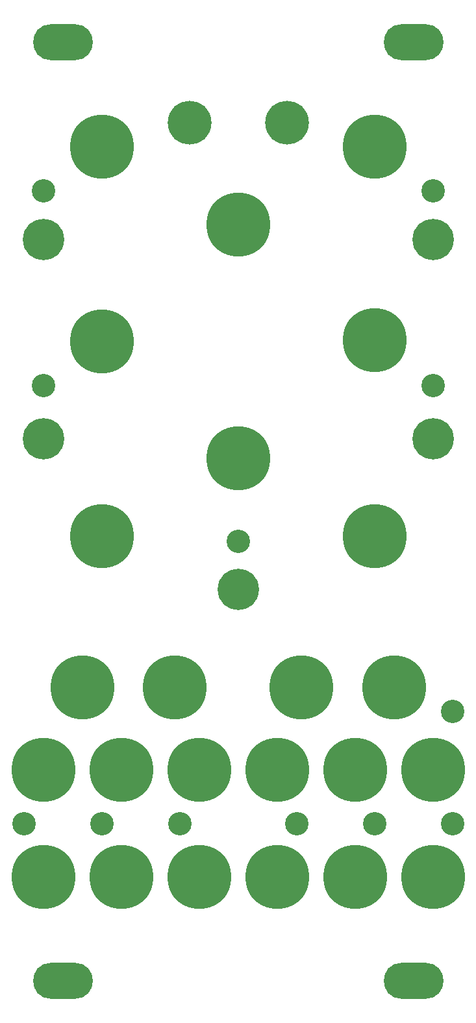
<source format=gbs>
G04 DipTrace 3.3.0.0*
G04 pachinko_panel.GBS*
%MOIN*%
G04 #@! TF.FileFunction,Soldermask,Bot*
G04 #@! TF.Part,Single*
%ADD28C,0.120079*%
%ADD29C,0.224409*%
%ADD30C,0.212*%
%ADD35O,0.307244X0.185197*%
%ADD37C,0.328031*%
%FSLAX26Y26*%
G04*
G70*
G90*
G75*
G01*
G04 BotMask*
%LPD*%
D28*
X2589016Y4569016D3*
X589016D3*
Y3569016D3*
D29*
X1339016Y4919016D3*
D28*
X1589016Y2769016D3*
D30*
X589016Y4319016D3*
Y3294016D3*
X2589016D3*
Y4319016D3*
D28*
X2689016Y1319016D3*
X1889016D3*
X2689016Y1894016D3*
X1289016Y1319016D3*
X2289016D3*
X489016D3*
X889016D3*
D30*
X1589016Y2522016D3*
D28*
X2589016Y3569016D3*
D29*
X1839016Y4919016D3*
D37*
X2189016Y1044016D3*
X989016D3*
X588765D3*
Y1594833D3*
X989016Y1594016D3*
X1789016Y1044016D3*
X1389016Y1594016D3*
X1789016D3*
X2189016D3*
D35*
X2489016Y512165D3*
X689016D3*
D37*
X1389016Y1044016D3*
D35*
X689016Y5332016D3*
X2489016D3*
D37*
X2589265Y1594016D3*
X2589016Y1044016D3*
X789016Y2019016D3*
X1264016D3*
X1914016D3*
X2389016D3*
X889016Y2794016D3*
X1589016Y3194016D3*
Y4394016D3*
X2289016Y4794016D3*
X889016D3*
Y3794016D3*
X2289016Y3800265D3*
Y2794016D3*
M02*

</source>
